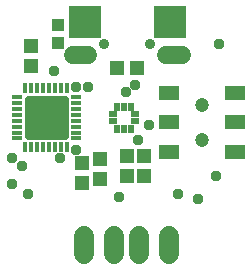
<source format=gbs>
G04 EAGLE Gerber RS-274X export*
G75*
%MOMM*%
%FSLAX34Y34*%
%LPD*%
%INBottom Soldermask*%
%IPPOS*%
%AMOC8*
5,1,8,0,0,1.08239X$1,22.5*%
G01*
%ADD10C,0.903200*%
%ADD11R,2.703200X2.703200*%
%ADD12C,1.511200*%
%ADD13R,1.203200X1.278200*%
%ADD14R,0.503200X0.653200*%
%ADD15R,0.653200X0.503200*%
%ADD16R,1.703200X1.203200*%
%ADD17C,1.203200*%
%ADD18C,1.727200*%
%ADD19R,1.003200X1.003200*%
%ADD20C,0.555478*%
%ADD21R,0.350000X0.900000*%
%ADD22R,0.900000X0.350000*%
%ADD23R,1.278200X1.203200*%
%ADD24C,0.959600*%


D10*
X146500Y269240D03*
X107500Y269240D03*
D11*
X91000Y288240D03*
X163000Y288240D03*
D12*
X160000Y260240D02*
X173080Y260240D01*
X94000Y260240D02*
X80920Y260240D01*
D13*
X104140Y172330D03*
X104140Y155330D03*
X88900Y168520D03*
X88900Y151520D03*
D14*
X124460Y216210D03*
X124460Y197810D03*
X130460Y216210D03*
X118460Y216210D03*
X130460Y197810D03*
X118460Y197810D03*
D15*
X133660Y210010D03*
X115260Y210010D03*
X133660Y204010D03*
X115260Y204010D03*
D16*
X218500Y178200D03*
X218500Y203200D03*
X218500Y228200D03*
X162500Y228200D03*
X162500Y203200D03*
X162500Y178200D03*
D17*
X190500Y218200D03*
X190500Y188200D03*
D18*
X137160Y106680D02*
X137160Y91440D01*
X162560Y91440D02*
X162560Y106680D01*
X90170Y106680D02*
X90170Y91440D01*
X115570Y91440D02*
X115570Y106680D01*
D13*
X45720Y267580D03*
X45720Y250580D03*
D19*
X68580Y270630D03*
X68580Y285630D03*
D20*
X74159Y222749D02*
X74159Y191271D01*
X42681Y191271D01*
X42681Y222749D01*
X74159Y222749D01*
X74159Y196548D02*
X42681Y196548D01*
X42681Y201825D02*
X74159Y201825D01*
X74159Y207102D02*
X42681Y207102D01*
X42681Y212379D02*
X74159Y212379D01*
X74159Y217656D02*
X42681Y217656D01*
D21*
X75920Y182010D03*
X70920Y182010D03*
X65920Y182010D03*
X60920Y182010D03*
X55920Y182010D03*
X50920Y182010D03*
X45920Y182010D03*
X40920Y182010D03*
D22*
X33420Y189510D03*
X33420Y194510D03*
X33420Y199510D03*
X33420Y204510D03*
X33420Y209510D03*
X33420Y214510D03*
X33420Y219510D03*
X33420Y224510D03*
D21*
X40920Y232010D03*
X45920Y232010D03*
X50920Y232010D03*
X55920Y232010D03*
X60920Y232010D03*
X65920Y232010D03*
X70920Y232010D03*
X75920Y232010D03*
D22*
X83420Y224510D03*
X83420Y219510D03*
X83420Y214510D03*
X83420Y209510D03*
X83420Y204510D03*
X83420Y199510D03*
X83420Y194510D03*
X83420Y189510D03*
D23*
X135500Y248920D03*
X118500Y248920D03*
D13*
X140970Y174870D03*
X140970Y157870D03*
X127000Y174870D03*
X127000Y157870D03*
D24*
X120142Y139700D03*
X170180Y142240D03*
X68580Y194310D03*
X136122Y188396D03*
X29210Y151130D03*
X145514Y200660D03*
X204470Y269240D03*
X64770Y246380D03*
X186690Y138430D03*
X83566Y233172D03*
X93753Y233453D03*
X38100Y166370D03*
X201930Y157480D03*
X133350Y234950D03*
X69850Y172720D03*
X43180Y142240D03*
X125984Y228600D03*
X83820Y179832D03*
X29210Y172720D03*
M02*

</source>
